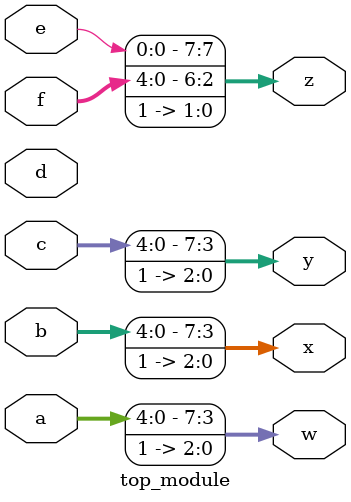
<source format=sv>
module top_module (
    input [4:0] a,
    input [4:0] b,
    input [4:0] c,
    input [4:0] d,
    input [4:0] e,
    input [4:0] f,
    output [7:0] w,
    output [7:0] x,
    output [7:0] y,
    output [7:0] z
);

assign w = {a, 3'b111};
assign x = {b, 3'b111};
assign y = {c, 3'b111};
assign z = {d, e, f, 2'b11};

endmodule

</source>
